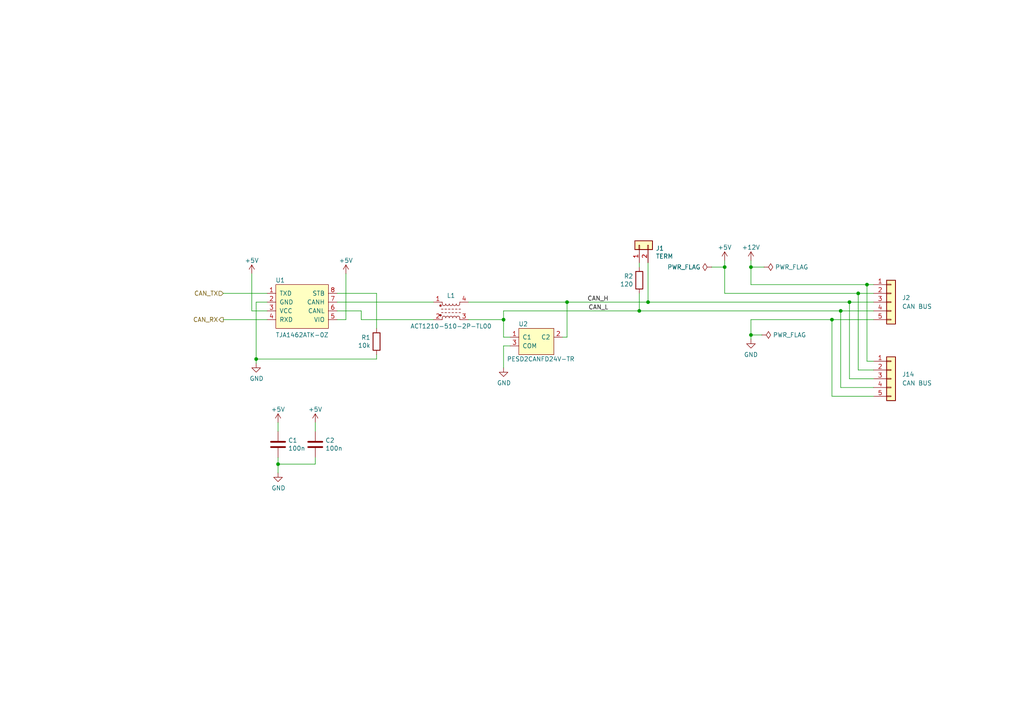
<source format=kicad_sch>
(kicad_sch (version 20230121) (generator eeschema)
  (paper "A4")
  (title_block (title "Tandem Leveller Scraper Angle") (date "2025-10-20") (rev "V1.0") (company "(C) andy@britishideas.com 2025") (comment 1 "For personal use only, no commercial use") (comment 2 "Provided as-is, no warranty express or implied. Use at your own risk"))
  (lib_symbols
    (symbol "Connector_Generic:Conn_01x02" (pin_names (offset 1.016) hide)
      (property "Reference" "J" (at 0 2.54 0))
      (property "Value" "Conn_01x02" (at 0 -5.08 0))
      (symbol "Conn_01x02_1_1"
        (rectangle (start -1.27 -2.413) (end 0 -2.667) (stroke (width 0.1524)))
        (rectangle (start -1.27 0.127) (end 0 -0.127) (stroke (width 0.1524)))
        (rectangle (start -1.27 1.27) (end 1.27 -3.81) (stroke (width 0.254)) (fill (type background)))
        (pin passive line (at -5.08 0 0) (length 3.81) (name "Pin_1") (number "1"))
        (pin passive line (at -5.08 -2.54 0) (length 3.81) (name "Pin_2") (number "2"))
      )
    )
    (symbol "Connector_Generic:Conn_01x05" (pin_names (offset 1.016) hide)
      (property "Reference" "J" (at 0 7.62 0))
      (property "Value" "Conn_01x05" (at 0 -7.62 0))
      (symbol "Conn_01x05_1_1"
        (rectangle (start -1.27 -4.953) (end 0 -5.207) (stroke (width 0.1524)))
        (rectangle (start -1.27 -2.413) (end 0 -2.667) (stroke (width 0.1524)))
        (rectangle (start -1.27 0.127) (end 0 -0.127) (stroke (width 0.1524)))
        (rectangle (start -1.27 2.667) (end 0 2.413) (stroke (width 0.1524)))
        (rectangle (start -1.27 5.207) (end 0 4.953) (stroke (width 0.1524)))
        (rectangle (start -1.27 6.35) (end 1.27 -6.35) (stroke (width 0.254)) (fill (type background)))
        (pin passive line (at -5.08 5.08 0) (length 3.81) (name "Pin_1") (number "1"))
        (pin passive line (at -5.08 2.54 0) (length 3.81) (name "Pin_2") (number "2"))
        (pin passive line (at -5.08 0 0) (length 3.81) (name "Pin_3") (number "3"))
        (pin passive line (at -5.08 -2.54 0) (length 3.81) (name "Pin_4") (number "4"))
        (pin passive line (at -5.08 -5.08 0) (length 3.81) (name "Pin_5") (number "5"))
      )
    )
    (symbol "Device:C" (pin_numbers hide) (pin_names (offset 0.254))
      (property "Reference" "C" (at 0.635 2.54 0))
      (property "Value" "C" (at 0.635 -2.54 0))
      (symbol "C_0_1"
        (polyline (pts (xy -2.032 -0.762) (xy 2.032 -0.762)) (stroke (width 0.508)))
        (polyline (pts (xy -2.032 0.762) (xy 2.032 0.762)) (stroke (width 0.508)))
      )
      (symbol "C_1_1"
        (pin passive line (at 0 3.81 270) (length 2.794) (name "~") (number "1"))
        (pin passive line (at 0 -3.81 90) (length 2.794) (name "~") (number "2"))
      )
    )
    (symbol "Device:L_Ferrite_Coupled_1423" (pin_names (offset 0.254) hide)
      (property "Reference" "L" (at 0 4.445 0))
      (property "Value" "L_Ferrite_Coupled_1423" (at 0 -4.445 0))
      (symbol "L_Ferrite_Coupled_1423_0_1"
        (circle (center -3.048 -1.27) (radius 0.254) (fill (type outline)))
        (circle (center -3.048 1.524) (radius 0.254) (fill (type outline)))
        (arc (start -2.54 2.032) (mid -2.032 1.5262) (end -1.524 2.032))
        (arc (start -1.524 -2.032) (mid -2.032 -1.5262) (end -2.54 -2.032))
        (arc (start -1.524 2.032) (mid -1.016 1.5262) (end -0.508 2.032))
        (arc (start -0.508 -2.032) (mid -1.016 -1.5262) (end -1.524 -2.032))
        (arc (start -0.508 2.032) (mid 0 1.5262) (end 0.508 2.032))
        (polyline (pts (xy -2.794 -0.508) (xy -2.286 -0.508)))
        (polyline (pts (xy -2.794 0.508) (xy -2.286 0.508)))
        (polyline (pts (xy -2.54 -2.032) (xy -2.54 -2.54)))
        (polyline (pts (xy -2.54 2.032) (xy -2.54 2.54)))
        (polyline (pts (xy -1.778 -0.508) (xy -1.27 -0.508)))
        (polyline (pts (xy -1.778 0.508) (xy -1.27 0.508)))
        (polyline (pts (xy -0.762 -0.508) (xy -0.254 -0.508)))
        (polyline (pts (xy -0.762 0.508) (xy -0.254 0.508)))
        (polyline (pts (xy 0.254 -0.508) (xy 0.762 -0.508)))
        (polyline (pts (xy 0.254 0.508) (xy 0.762 0.508)))
        (polyline (pts (xy 1.27 -0.508) (xy 1.778 -0.508)))
        (polyline (pts (xy 1.27 0.508) (xy 1.778 0.508)))
        (polyline (pts (xy 2.286 -0.508) (xy 2.794 -0.508)))
        (polyline (pts (xy 2.286 0.508) (xy 2.794 0.508)))
        (polyline (pts (xy 2.54 -2.032) (xy 2.54 -2.54)))
        (polyline (pts (xy 2.54 2.54) (xy 2.54 2.032)))
        (arc (start 0.508 -2.032) (mid 0 -1.5262) (end -0.508 -2.032))
        (arc (start 0.508 2.032) (mid 1.016 1.5262) (end 1.524 2.032))
        (arc (start 1.524 -2.032) (mid 1.016 -1.5262) (end 0.508 -2.032))
        (arc (start 1.524 2.032) (mid 2.032 1.5262) (end 2.54 2.032))
        (arc (start 2.54 -2.032) (mid 2.032 -1.5262) (end 1.524 -2.032))
      )
      (symbol "L_Ferrite_Coupled_1423_1_1"
        (pin passive line (at -5.08 2.54 0) (length 2.54) (name "1") (number "1"))
        (pin passive line (at -5.08 -2.54 0) (length 2.54) (name "2") (number "2"))
        (pin passive line (at 5.08 -2.54 180) (length 2.54) (name "3") (number "3"))
        (pin passive line (at 5.08 2.54 180) (length 2.54) (name "4") (number "4"))
      )
    )
    (symbol "Device:R" (pin_numbers hide) (pin_names (offset 0))
      (property "Reference" "R" (at 2.032 0 90))
      (property "Value" "R" (at 0 0 90))
      (symbol "R_0_1"
        (rectangle (start -1.016 -2.54) (end 1.016 2.54) (stroke (width 0.254)))
      )
      (symbol "R_1_1"
        (pin passive line (at 0 3.81 270) (length 1.27) (name "~") (number "1"))
        (pin passive line (at 0 -3.81 90) (length 1.27) (name "~") (number "2"))
      )
    )
    (symbol "EmSA:PESD2CANFD24V-T" (pin_names (offset 1.016))
      (property "Reference" "U" (at 1.27 -1.27 0))
      (property "Value" "PESD2CANFD24V-T" (at 5.08 8.89 0))
      (property "manf#" "PESD2CANFD24V-T" (at 0 0 0))
      (symbol "PESD2CANFD24V-T_0_1"
        (rectangle (start 0 0) (end 10.16 7.62) (fill (type background)))
      )
      (symbol "PESD2CANFD24V-T_1_1"
        (pin passive line (at -2.54 5.08 0) (length 2.54) (name "C1") (number "1"))
        (pin passive line (at 12.7 5.08 180) (length 2.54) (name "C2") (number "2"))
        (pin passive line (at -2.54 2.54 0) (length 2.54) (name "COM") (number "3"))
      )
    )
    (symbol "EmSA:TJA1462ATK" (pin_names (offset 1.016))
      (property "Reference" "U" (at 1.27 -1.27 0))
      (property "Value" "TJA1462ATK" (at 10.16 -1.27 0))
      (property "manf#" "TJA1462ATK" (at 0 0 0))
      (symbol "TJA1462ATK_0_1"
        (rectangle (start 0 0) (end 15.24 12.7) (fill (type background)))
      )
      (symbol "TJA1462ATK_1_1"
        (pin input line (at -2.54 10.16 0) (length 2.54) (name "TXD") (number "1"))
        (pin power_in line (at -2.54 7.62 0) (length 2.54) (name "GND") (number "2"))
        (pin power_in line (at -2.54 5.08 0) (length 2.54) (name "VCC") (number "3"))
        (pin output line (at -2.54 2.54 0) (length 2.54) (name "RXD") (number "4"))
        (pin power_in line (at 17.78 2.54 180) (length 2.54) (name "VIO") (number "5"))
        (pin bidirectional line (at 17.78 5.08 180) (length 2.54) (name "CANL") (number "6"))
        (pin bidirectional line (at 17.78 7.62 180) (length 2.54) (name "CANH") (number "7"))
        (pin input line (at 17.78 10.16 180) (length 2.54) (name "STB") (number "8"))
      )
    )
    (symbol "power:+12V" (power) (pin_names (offset 0))
      (property "Value" "+12V" (at 0 3.556 0))
      (symbol "+12V_0_1"
        (polyline (pts (xy -0.762 1.27) (xy 0 2.54)))
        (polyline (pts (xy 0 0) (xy 0 2.54)))
        (polyline (pts (xy 0 2.54) (xy 0.762 1.27)))
      )
      (symbol "+12V_1_1"
        (pin power_in line (at 0 0 90) (length 0) hide (name "+12V") (number "1"))
      )
    )
    (symbol "power:+5V" (power) (pin_names (offset 0))
      (property "Value" "+5V" (at 0 3.556 0))
      (symbol "+5V_0_1"
        (polyline (pts (xy -0.762 1.27) (xy 0 2.54)))
        (polyline (pts (xy 0 0) (xy 0 2.54)))
        (polyline (pts (xy 0 2.54) (xy 0.762 1.27)))
      )
      (symbol "+5V_1_1"
        (pin power_in line (at 0 0 90) (length 0) hide (name "+5V") (number "1"))
      )
    )
    (symbol "power:GND" (power) (pin_names (offset 0))
      (property "Value" "GND" (at 0 -3.81 0))
      (symbol "GND_0_1"
        (polyline (pts (xy 0 0) (xy 0 -1.27) (xy 1.27 -1.27) (xy 0 -2.54) (xy -1.27 -1.27) (xy 0 -1.27)))
      )
      (symbol "GND_1_1"
        (pin power_in line (at 0 0 270) (length 0) hide (name "GND") (number "1"))
      )
    )
    (symbol "power:PWR_FLAG" (power) (pin_numbers hide) (pin_names (offset 0) hide)
      (property "Value" "PWR_FLAG" (at 0 3.81 0))
      (symbol "PWR_FLAG_0_0"
        (pin power_out line (at 0 0 90) (length 0) (name "pwr") (number "1"))
      )
      (symbol "PWR_FLAG_0_1"
        (polyline (pts (xy 0 0) (xy 0 1.27) (xy -1.016 1.905) (xy 0 2.54) (xy 1.016 1.905) (xy 0 1.27)))
      )
    )
  )
  (junction (at 164.465 87.63))
  (junction (at 74.295 104.14))
  (junction (at 251.46 82.55))
  (junction (at 217.805 77.47))
  (junction (at 248.92 85.09))
  (junction (at 217.805 97.155))
  (junction (at 246.38 87.63))
  (junction (at 243.84 90.17))
  (junction (at 210.185 77.47))
  (junction (at 241.3 92.71))
  (junction (at 146.05 92.71))
  (junction (at 187.96 87.63))
  (junction (at 80.645 134.62))
  (junction (at 185.42 90.17))
  (wire (pts (xy 253.365 114.935) (xy 241.3 114.935)))
  (wire (pts (xy 146.05 106.68) (xy 146.05 100.33)))
  (wire (pts (xy 91.44 134.62) (xy 80.645 134.62)))
  (wire (pts (xy 217.805 97.155) (xy 217.805 98.425)))
  (wire (pts (xy 100.33 79.375) (xy 100.33 92.71)))
  (wire (pts (xy 251.46 82.55) (xy 253.365 82.55)))
  (wire (pts (xy 248.92 107.315) (xy 248.92 85.09)))
  (wire (pts (xy 109.22 95.25) (xy 109.22 85.09)))
  (wire (pts (xy 185.42 77.47) (xy 185.42 76.2)))
  (wire (pts (xy 74.295 104.14) (xy 74.295 87.63)))
  (wire (pts (xy 104.775 92.71) (xy 125.73 92.71)))
  (wire (pts (xy 206.375 77.47) (xy 210.185 77.47)))
  (wire (pts (xy 80.645 132.715) (xy 80.645 134.62)))
  (wire (pts (xy 97.79 90.17) (xy 104.775 90.17)))
  (wire (pts (xy 241.3 114.935) (xy 241.3 92.71)))
  (wire (pts (xy 135.89 92.71) (xy 146.05 92.71)))
  (wire (pts (xy 64.77 85.09) (xy 77.47 85.09)))
  (wire (pts (xy 163.195 97.79) (xy 164.465 97.79)))
  (wire (pts (xy 187.96 87.63) (xy 187.96 76.2)))
  (wire (pts (xy 185.42 90.17) (xy 185.42 85.09)))
  (wire (pts (xy 217.805 97.155) (xy 220.98 97.155)))
  (wire (pts (xy 100.33 92.71) (xy 97.79 92.71)))
  (wire (pts (xy 253.365 104.775) (xy 251.46 104.775)))
  (wire (pts (xy 73.025 79.375) (xy 73.025 90.17)))
  (wire (pts (xy 187.96 87.63) (xy 246.38 87.63)))
  (wire (pts (xy 243.84 90.17) (xy 253.365 90.17)))
  (wire (pts (xy 217.805 92.71) (xy 217.805 97.155)))
  (wire (pts (xy 210.185 75.565) (xy 210.185 77.47)))
  (wire (pts (xy 164.465 97.79) (xy 164.465 87.63)))
  (wire (pts (xy 97.79 87.63) (xy 125.73 87.63)))
  (wire (pts (xy 91.44 122.555) (xy 91.44 125.095)))
  (wire (pts (xy 248.92 85.09) (xy 253.365 85.09)))
  (wire (pts (xy 253.365 109.855) (xy 246.38 109.855)))
  (wire (pts (xy 74.295 104.14) (xy 109.22 104.14)))
  (wire (pts (xy 146.05 100.33) (xy 147.955 100.33)))
  (wire (pts (xy 253.365 112.395) (xy 243.84 112.395)))
  (wire (pts (xy 241.3 92.71) (xy 253.365 92.71)))
  (wire (pts (xy 73.025 90.17) (xy 77.47 90.17)))
  (wire (pts (xy 217.805 77.47) (xy 217.805 82.55)))
  (wire (pts (xy 147.955 97.79) (xy 146.05 97.79)))
  (wire (pts (xy 164.465 87.63) (xy 187.96 87.63)))
  (wire (pts (xy 217.805 92.71) (xy 241.3 92.71)))
  (wire (pts (xy 74.295 105.41) (xy 74.295 104.14)))
  (wire (pts (xy 91.44 132.715) (xy 91.44 134.62)))
  (wire (pts (xy 210.185 85.09) (xy 248.92 85.09)))
  (wire (pts (xy 146.05 90.17) (xy 146.05 92.71)))
  (wire (pts (xy 251.46 104.775) (xy 251.46 82.55)))
  (wire (pts (xy 246.38 109.855) (xy 246.38 87.63)))
  (wire (pts (xy 146.05 97.79) (xy 146.05 92.71)))
  (wire (pts (xy 80.645 122.555) (xy 80.645 125.095)))
  (wire (pts (xy 80.645 134.62) (xy 80.645 137.16)))
  (wire (pts (xy 246.38 87.63) (xy 253.365 87.63)))
  (wire (pts (xy 185.42 90.17) (xy 243.84 90.17)))
  (wire (pts (xy 217.805 82.55) (xy 251.46 82.55)))
  (wire (pts (xy 104.775 90.17) (xy 104.775 92.71)))
  (wire (pts (xy 97.79 85.09) (xy 109.22 85.09)))
  (wire (pts (xy 217.805 77.47) (xy 221.615 77.47)))
  (wire (pts (xy 243.84 112.395) (xy 243.84 90.17)))
  (wire (pts (xy 64.77 92.71) (xy 77.47 92.71)))
  (wire (pts (xy 210.185 77.47) (xy 210.185 85.09)))
  (wire (pts (xy 146.05 90.17) (xy 185.42 90.17)))
  (wire (pts (xy 253.365 107.315) (xy 248.92 107.315)))
  (wire (pts (xy 74.295 87.63) (xy 77.47 87.63)))
  (wire (pts (xy 217.805 75.565) (xy 217.805 77.47)))
  (wire (pts (xy 135.89 87.63) (xy 164.465 87.63)))
  (wire (pts (xy 109.22 102.87) (xy 109.22 104.14)))
  (label "CAN_L" (at 176.53 90.17 180))
  (label "CAN_H" (at 176.53 87.63 180))
  (hierarchical_label "CAN_RX" (shape output) (at 64.77 92.71 180))
  (hierarchical_label "CAN_TX" (shape input) (at 64.77 85.09 180))
  (symbol (lib_id "Device:L_Ferrite_Coupled_1423") (at 130.81 90.17 0) (unit 1)
    (property "Reference" "L1" (at 130.81 85.725 0))
    (property "Value" "ACT1210-510-2P-TL00" (at 130.81 94.615 0))
    (property "Footprint" "EmSA:ACT1210-510-2P-TL00" (effects hide))
    (property "manf#" "ACT1210-510-2P-TL00" (effects hide))
    (property "LCSC" "C95572" (effects hide))
  )
  (symbol (lib_id "Connector_Generic:Conn_01x05") (at 258.445 109.855 0) (unit 1)
    (property "Reference" "J14" (at 261.62 108.585 0) (effects (justify left)))
    (property "Value" "CAN BUS" (at 261.62 111.125 0) (effects (justify left)))
    (property "Footprint" "Connector_JST:JST_PH_B5B-PH-K_1x05_P2.00mm_Vertical" (effects hide))
    (property "manf#" "B5B-PH-K-S" (effects hide))
    (property "LCSC" "C157993" (effects hide))
  )
  (symbol (lib_id "power:+5V") (at 73.025 79.375 0) (unit 1)
    (property "Reference" "#PWR01" (effects hide))
    (property "Value" "+5V" (at 73.025 75.565 0))
  )
  (symbol (lib_id "Device:R") (at 185.42 81.28 0) (mirror x) (unit 1)
    (property "Reference" "R2" (at 183.6674 80.1116 0) (effects (justify right)))
    (property "Value" "120" (at 183.6674 82.423 0) (effects (justify right)))
    (property "Footprint" "Resistor_SMD:R_0805_2012Metric" (effects hide))
    (property "LCSC" "C17437" (effects hide))
  )
  (symbol (lib_id "power:+12V") (at 217.805 75.565 0) (unit 1)
    (property "Reference" "#PWR09" (effects hide))
    (property "Value" "+12V" (at 217.805 71.755 0))
  )
  (symbol (lib_id "power:+5V") (at 91.44 122.555 0) (unit 1)
    (property "Reference" "#PWR05" (effects hide))
    (property "Value" "+5V" (at 91.44 118.745 0))
  )
  (symbol (lib_id "Device:C") (at 91.44 128.905 0) (unit 1)
    (property "Reference" "C2" (at 94.361 127.7366 0) (effects (justify left)))
    (property "Value" "100n" (at 94.361 130.048 0) (effects (justify left)))
    (property "Footprint" "Capacitor_SMD:C_0805_2012Metric" (effects hide))
    (property "LCSC" "C1711" (effects hide))
  )
  (symbol (lib_id "Device:R") (at 109.22 99.06 0) (mirror x) (unit 1)
    (property "Reference" "R1" (at 107.4674 97.8916 0) (effects (justify right)))
    (property "Value" "10k" (at 107.4674 100.203 0) (effects (justify right)))
    (property "Footprint" "Resistor_SMD:R_0805_2012Metric" (effects hide))
    (property "LCSC" "C17414" (effects hide))
  )
  (symbol (lib_id "Connector_Generic:Conn_01x02") (at 185.42 71.12 90) (unit 1)
    (property "Reference" "J1" (at 190.1952 72.0344 90) (effects (justify right)))
    (property "Value" "TERM" (at 190.1952 74.3458 90) (effects (justify right)))
    (property "Footprint" "Connector_PinHeader_2.54mm:PinHeader_1x02_P2.54mm_Vertical" (effects hide))
    (property "LCSC" "C7494857" (effects hide))
  )
  (symbol (lib_id "power:PWR_FLAG") (at 206.375 77.47 90) (unit 1)
    (property "Reference" "#FLG01" (effects hide))
    (property "Value" "PWR_FLAG" (at 203.2 77.47 90) (effects (justify left)))
  )
  (symbol (lib_id "power:GND") (at 74.295 105.41 0) (unit 1)
    (property "Reference" "#PWR02" (effects hide))
    (property "Value" "GND" (at 74.422 109.8042 0))
  )
  (symbol (lib_id "power:PWR_FLAG") (at 221.615 77.47 270) (unit 1)
    (property "Reference" "#FLG03" (effects hide))
    (property "Value" "PWR_FLAG" (at 224.79 77.47 90) (effects (justify left)))
  )
  (symbol (lib_id "power:+5V") (at 100.33 79.375 0) (unit 1)
    (property "Reference" "#PWR06" (effects hide))
    (property "Value" "+5V" (at 100.33 75.565 0))
  )
  (symbol (lib_id "power:PWR_FLAG") (at 220.98 97.155 270) (unit 1)
    (property "Reference" "#FLG02" (effects hide))
    (property "Value" "PWR_FLAG" (at 224.155 97.155 90) (effects (justify left)))
  )
  (symbol (lib_id "power:+5V") (at 210.185 75.565 0) (unit 1)
    (property "Reference" "#PWR08" (effects hide))
    (property "Value" "+5V" (at 210.185 71.755 0))
  )
  (symbol (lib_id "power:+5V") (at 80.645 122.555 0) (unit 1)
    (property "Reference" "#PWR03" (effects hide))
    (property "Value" "+5V" (at 80.645 118.745 0))
  )
  (symbol (lib_id "power:GND") (at 217.805 98.425 0) (unit 1)
    (property "Reference" "#PWR010" (effects hide))
    (property "Value" "GND" (at 217.805 102.87 0))
  )
  (symbol (lib_id "Connector_Generic:Conn_01x05") (at 258.445 87.63 0) (unit 1)
    (property "Reference" "J2" (at 261.62 86.36 0) (effects (justify left)))
    (property "Value" "CAN BUS" (at 261.62 88.9 0) (effects (justify left)))
    (property "Footprint" "Connector_JST:JST_PH_B5B-PH-K_1x05_P2.00mm_Vertical" (effects hide))
    (property "manf#" "B5B-PH-K-S" (effects hide))
    (property "LCSC" "C157993" (effects hide))
  )
  (symbol (lib_id "power:GND") (at 80.645 137.16 0) (unit 1)
    (property "Reference" "#PWR04" (effects hide))
    (property "Value" "GND" (at 80.772 141.5542 0))
  )
  (symbol (lib_id "Device:C") (at 80.645 128.905 0) (unit 1)
    (property "Reference" "C1" (at 83.566 127.7366 0) (effects (justify left)))
    (property "Value" "100n" (at 83.566 130.048 0) (effects (justify left)))
    (property "Footprint" "Capacitor_SMD:C_0805_2012Metric" (effects hide))
    (property "LCSC" "C1711" (effects hide))
  )
  (symbol (lib_id "EmSA:TJA1462ATK") (at 80.01 95.25 0) (unit 1)
    (property "Reference" "U1" (at 81.28 81.28 0))
    (property "Value" "TJA1462ATK-0Z" (at 87.63 97.155 0))
    (property "Footprint" "EmSA:HVSON8_0_65mm" (effects hide))
    (property "manf#" "TJA1462ATK/0Z" (effects hide))
    (property "LCSC" "C3229259" (effects hide))
  )
  (symbol (lib_id "EmSA:PESD2CANFD24V-T") (at 150.495 102.87 0) (unit 1)
    (property "Reference" "U2" (at 151.765 93.98 0))
    (property "Value" "PESD2CANFD24V-TR" (at 156.845 104.14 0))
    (property "Footprint" "Package_TO_SOT_SMD:SOT-23" (effects hide))
    (property "manf#" "PESD2CANFD24V-TR" (effects hide))
    (property "LCSC" "C552486" (effects hide))
  )
  (symbol (lib_id "power:GND") (at 146.05 106.68 0) (unit 1)
    (property "Reference" "#PWR07" (effects hide))
    (property "Value" "GND" (at 146.177 111.0742 0))
  )
)
</source>
